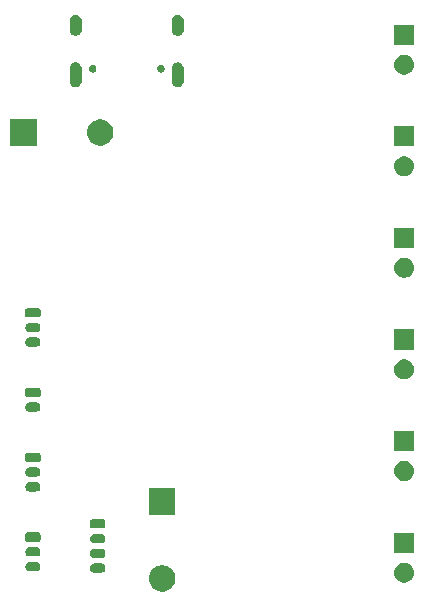
<source format=gbr>
%TF.GenerationSoftware,KiCad,Pcbnew,8.0.8*%
%TF.CreationDate,2025-01-27T12:16:45-05:00*%
%TF.ProjectId,CAN Board,43414e20-426f-4617-9264-2e6b69636164,rev?*%
%TF.SameCoordinates,Original*%
%TF.FileFunction,Soldermask,Bot*%
%TF.FilePolarity,Negative*%
%FSLAX46Y46*%
G04 Gerber Fmt 4.6, Leading zero omitted, Abs format (unit mm)*
G04 Created by KiCad (PCBNEW 8.0.8) date 2025-01-27 12:16:45*
%MOMM*%
%LPD*%
G01*
G04 APERTURE LIST*
G04 APERTURE END LIST*
G36*
X40307871Y-59167946D02*
G01*
X40501456Y-59242941D01*
X40677964Y-59352231D01*
X40831385Y-59492092D01*
X40956494Y-59657764D01*
X41049031Y-59843603D01*
X41105845Y-60043282D01*
X41125000Y-60250000D01*
X41105845Y-60456718D01*
X41049031Y-60656397D01*
X40956494Y-60842236D01*
X40831385Y-61007908D01*
X40677964Y-61147769D01*
X40501456Y-61257059D01*
X40307871Y-61332054D01*
X40103802Y-61370201D01*
X39896198Y-61370201D01*
X39692129Y-61332054D01*
X39498544Y-61257059D01*
X39322036Y-61147769D01*
X39168615Y-61007908D01*
X39043506Y-60842236D01*
X38950969Y-60656397D01*
X38894155Y-60456718D01*
X38875000Y-60250000D01*
X38894155Y-60043282D01*
X38950969Y-59843603D01*
X39043506Y-59657764D01*
X39168615Y-59492092D01*
X39322036Y-59352231D01*
X39498544Y-59242941D01*
X39692129Y-59167946D01*
X39896198Y-59129799D01*
X40103802Y-59129799D01*
X40307871Y-59167946D01*
G37*
G36*
X60762664Y-58956602D02*
G01*
X60925000Y-59028878D01*
X61068761Y-59133327D01*
X61187664Y-59265383D01*
X61276514Y-59419274D01*
X61331425Y-59588275D01*
X61350000Y-59765000D01*
X61331425Y-59941725D01*
X61276514Y-60110726D01*
X61187664Y-60264617D01*
X61068761Y-60396673D01*
X60925000Y-60501122D01*
X60762664Y-60573398D01*
X60588849Y-60610344D01*
X60411151Y-60610344D01*
X60237336Y-60573398D01*
X60075000Y-60501122D01*
X59931239Y-60396673D01*
X59812336Y-60264617D01*
X59723486Y-60110726D01*
X59668575Y-59941725D01*
X59650000Y-59765000D01*
X59668575Y-59588275D01*
X59723486Y-59419274D01*
X59812336Y-59265383D01*
X59931239Y-59133327D01*
X60075000Y-59028878D01*
X60237336Y-58956602D01*
X60411151Y-58919656D01*
X60588849Y-58919656D01*
X60762664Y-58956602D01*
G37*
G36*
X34852210Y-58978422D02*
G01*
X34953073Y-59005448D01*
X35043505Y-59057659D01*
X35117341Y-59131495D01*
X35169552Y-59221927D01*
X35196578Y-59322790D01*
X35196578Y-59427210D01*
X35169552Y-59528073D01*
X35117341Y-59618505D01*
X35043505Y-59692341D01*
X34953073Y-59744552D01*
X34852210Y-59771578D01*
X34800000Y-59775000D01*
X34798340Y-59775000D01*
X34301660Y-59775000D01*
X34300000Y-59775000D01*
X34247790Y-59771578D01*
X34146927Y-59744552D01*
X34056495Y-59692341D01*
X33982659Y-59618505D01*
X33930448Y-59528073D01*
X33903422Y-59427210D01*
X33903422Y-59322790D01*
X33930448Y-59221927D01*
X33982659Y-59131495D01*
X34056495Y-59057659D01*
X34146927Y-59005448D01*
X34247790Y-58978422D01*
X34300000Y-58975000D01*
X34800000Y-58975000D01*
X34852210Y-58978422D01*
G37*
G36*
X29352210Y-58853422D02*
G01*
X29453073Y-58880448D01*
X29543505Y-58932659D01*
X29617341Y-59006495D01*
X29669552Y-59096927D01*
X29696578Y-59197790D01*
X29696578Y-59302210D01*
X29669552Y-59403073D01*
X29617341Y-59493505D01*
X29543505Y-59567341D01*
X29453073Y-59619552D01*
X29352210Y-59646578D01*
X29300000Y-59650000D01*
X29298340Y-59650000D01*
X28801660Y-59650000D01*
X28800000Y-59650000D01*
X28747790Y-59646578D01*
X28646927Y-59619552D01*
X28556495Y-59567341D01*
X28482659Y-59493505D01*
X28430448Y-59403073D01*
X28403422Y-59302210D01*
X28403422Y-59197790D01*
X28430448Y-59096927D01*
X28482659Y-59006495D01*
X28556495Y-58932659D01*
X28646927Y-58880448D01*
X28747790Y-58853422D01*
X28800000Y-58850000D01*
X29300000Y-58850000D01*
X29352210Y-58853422D01*
G37*
G36*
X34852210Y-57728422D02*
G01*
X34953073Y-57755448D01*
X35043505Y-57807659D01*
X35117341Y-57881495D01*
X35169552Y-57971927D01*
X35196578Y-58072790D01*
X35196578Y-58177210D01*
X35169552Y-58278073D01*
X35117341Y-58368505D01*
X35043505Y-58442341D01*
X34953073Y-58494552D01*
X34852210Y-58521578D01*
X34800000Y-58525000D01*
X34798340Y-58525000D01*
X34301660Y-58525000D01*
X34300000Y-58525000D01*
X34247790Y-58521578D01*
X34146927Y-58494552D01*
X34056495Y-58442341D01*
X33982659Y-58368505D01*
X33930448Y-58278073D01*
X33903422Y-58177210D01*
X33903422Y-58072790D01*
X33930448Y-57971927D01*
X33982659Y-57881495D01*
X34056495Y-57807659D01*
X34146927Y-57755448D01*
X34247790Y-57728422D01*
X34300000Y-57725000D01*
X34800000Y-57725000D01*
X34852210Y-57728422D01*
G37*
G36*
X29352210Y-57603422D02*
G01*
X29453073Y-57630448D01*
X29543505Y-57682659D01*
X29617341Y-57756495D01*
X29669552Y-57846927D01*
X29696578Y-57947790D01*
X29696578Y-58052210D01*
X29669552Y-58153073D01*
X29617341Y-58243505D01*
X29543505Y-58317341D01*
X29453073Y-58369552D01*
X29352210Y-58396578D01*
X29300000Y-58400000D01*
X29298340Y-58400000D01*
X28801660Y-58400000D01*
X28800000Y-58400000D01*
X28747790Y-58396578D01*
X28646927Y-58369552D01*
X28556495Y-58317341D01*
X28482659Y-58243505D01*
X28430448Y-58153073D01*
X28403422Y-58052210D01*
X28403422Y-57947790D01*
X28430448Y-57846927D01*
X28482659Y-57756495D01*
X28556495Y-57682659D01*
X28646927Y-57630448D01*
X28747790Y-57603422D01*
X28800000Y-57600000D01*
X29300000Y-57600000D01*
X29352210Y-57603422D01*
G37*
G36*
X61350000Y-58075000D02*
G01*
X59650000Y-58075000D01*
X59650000Y-56375000D01*
X61350000Y-56375000D01*
X61350000Y-58075000D01*
G37*
G36*
X34852210Y-56478422D02*
G01*
X34953073Y-56505448D01*
X35043505Y-56557659D01*
X35117341Y-56631495D01*
X35169552Y-56721927D01*
X35196578Y-56822790D01*
X35196578Y-56927210D01*
X35169552Y-57028073D01*
X35117341Y-57118505D01*
X35043505Y-57192341D01*
X34953073Y-57244552D01*
X34852210Y-57271578D01*
X34800000Y-57275000D01*
X34798340Y-57275000D01*
X34301660Y-57275000D01*
X34300000Y-57275000D01*
X34247790Y-57271578D01*
X34146927Y-57244552D01*
X34056495Y-57192341D01*
X33982659Y-57118505D01*
X33930448Y-57028073D01*
X33903422Y-56927210D01*
X33903422Y-56822790D01*
X33930448Y-56721927D01*
X33982659Y-56631495D01*
X34056495Y-56557659D01*
X34146927Y-56505448D01*
X34247790Y-56478422D01*
X34300000Y-56475000D01*
X34800000Y-56475000D01*
X34852210Y-56478422D01*
G37*
G36*
X29576537Y-56365224D02*
G01*
X29641421Y-56408579D01*
X29684776Y-56473463D01*
X29700000Y-56550000D01*
X29700000Y-56950000D01*
X29684776Y-57026537D01*
X29641421Y-57091421D01*
X29576537Y-57134776D01*
X29500000Y-57150000D01*
X28600000Y-57150000D01*
X28523463Y-57134776D01*
X28458579Y-57091421D01*
X28415224Y-57026537D01*
X28400000Y-56950000D01*
X28400000Y-56550000D01*
X28415224Y-56473463D01*
X28458579Y-56408579D01*
X28523463Y-56365224D01*
X28600000Y-56350000D01*
X29500000Y-56350000D01*
X29576537Y-56365224D01*
G37*
G36*
X35076537Y-55240224D02*
G01*
X35141421Y-55283579D01*
X35184776Y-55348463D01*
X35200000Y-55425000D01*
X35200000Y-55825000D01*
X35184776Y-55901537D01*
X35141421Y-55966421D01*
X35076537Y-56009776D01*
X35000000Y-56025000D01*
X34100000Y-56025000D01*
X34023463Y-56009776D01*
X33958579Y-55966421D01*
X33915224Y-55901537D01*
X33900000Y-55825000D01*
X33900000Y-55425000D01*
X33915224Y-55348463D01*
X33958579Y-55283579D01*
X34023463Y-55240224D01*
X34100000Y-55225000D01*
X35000000Y-55225000D01*
X35076537Y-55240224D01*
G37*
G36*
X41125000Y-54875000D02*
G01*
X38875000Y-54875000D01*
X38875000Y-52625000D01*
X41125000Y-52625000D01*
X41125000Y-54875000D01*
G37*
G36*
X29352210Y-52103422D02*
G01*
X29453073Y-52130448D01*
X29543505Y-52182659D01*
X29617341Y-52256495D01*
X29669552Y-52346927D01*
X29696578Y-52447790D01*
X29696578Y-52552210D01*
X29669552Y-52653073D01*
X29617341Y-52743505D01*
X29543505Y-52817341D01*
X29453073Y-52869552D01*
X29352210Y-52896578D01*
X29300000Y-52900000D01*
X29298340Y-52900000D01*
X28801660Y-52900000D01*
X28800000Y-52900000D01*
X28747790Y-52896578D01*
X28646927Y-52869552D01*
X28556495Y-52817341D01*
X28482659Y-52743505D01*
X28430448Y-52653073D01*
X28403422Y-52552210D01*
X28403422Y-52447790D01*
X28430448Y-52346927D01*
X28482659Y-52256495D01*
X28556495Y-52182659D01*
X28646927Y-52130448D01*
X28747790Y-52103422D01*
X28800000Y-52100000D01*
X29300000Y-52100000D01*
X29352210Y-52103422D01*
G37*
G36*
X60762664Y-50356602D02*
G01*
X60925000Y-50428878D01*
X61068761Y-50533327D01*
X61187664Y-50665383D01*
X61276514Y-50819274D01*
X61331425Y-50988275D01*
X61350000Y-51165000D01*
X61331425Y-51341725D01*
X61276514Y-51510726D01*
X61187664Y-51664617D01*
X61068761Y-51796673D01*
X60925000Y-51901122D01*
X60762664Y-51973398D01*
X60588849Y-52010344D01*
X60411151Y-52010344D01*
X60237336Y-51973398D01*
X60075000Y-51901122D01*
X59931239Y-51796673D01*
X59812336Y-51664617D01*
X59723486Y-51510726D01*
X59668575Y-51341725D01*
X59650000Y-51165000D01*
X59668575Y-50988275D01*
X59723486Y-50819274D01*
X59812336Y-50665383D01*
X59931239Y-50533327D01*
X60075000Y-50428878D01*
X60237336Y-50356602D01*
X60411151Y-50319656D01*
X60588849Y-50319656D01*
X60762664Y-50356602D01*
G37*
G36*
X29352210Y-50853422D02*
G01*
X29453073Y-50880448D01*
X29543505Y-50932659D01*
X29617341Y-51006495D01*
X29669552Y-51096927D01*
X29696578Y-51197790D01*
X29696578Y-51302210D01*
X29669552Y-51403073D01*
X29617341Y-51493505D01*
X29543505Y-51567341D01*
X29453073Y-51619552D01*
X29352210Y-51646578D01*
X29300000Y-51650000D01*
X29298340Y-51650000D01*
X28801660Y-51650000D01*
X28800000Y-51650000D01*
X28747790Y-51646578D01*
X28646927Y-51619552D01*
X28556495Y-51567341D01*
X28482659Y-51493505D01*
X28430448Y-51403073D01*
X28403422Y-51302210D01*
X28403422Y-51197790D01*
X28430448Y-51096927D01*
X28482659Y-51006495D01*
X28556495Y-50932659D01*
X28646927Y-50880448D01*
X28747790Y-50853422D01*
X28800000Y-50850000D01*
X29300000Y-50850000D01*
X29352210Y-50853422D01*
G37*
G36*
X29576537Y-49615224D02*
G01*
X29641421Y-49658579D01*
X29684776Y-49723463D01*
X29700000Y-49800000D01*
X29700000Y-50200000D01*
X29684776Y-50276537D01*
X29641421Y-50341421D01*
X29576537Y-50384776D01*
X29500000Y-50400000D01*
X28600000Y-50400000D01*
X28523463Y-50384776D01*
X28458579Y-50341421D01*
X28415224Y-50276537D01*
X28400000Y-50200000D01*
X28400000Y-49800000D01*
X28415224Y-49723463D01*
X28458579Y-49658579D01*
X28523463Y-49615224D01*
X28600000Y-49600000D01*
X29500000Y-49600000D01*
X29576537Y-49615224D01*
G37*
G36*
X61350000Y-49475000D02*
G01*
X59650000Y-49475000D01*
X59650000Y-47775000D01*
X61350000Y-47775000D01*
X61350000Y-49475000D01*
G37*
G36*
X29352210Y-45353422D02*
G01*
X29453073Y-45380448D01*
X29543505Y-45432659D01*
X29617341Y-45506495D01*
X29669552Y-45596927D01*
X29696578Y-45697790D01*
X29696578Y-45802210D01*
X29669552Y-45903073D01*
X29617341Y-45993505D01*
X29543505Y-46067341D01*
X29453073Y-46119552D01*
X29352210Y-46146578D01*
X29300000Y-46150000D01*
X29298340Y-46150000D01*
X28801660Y-46150000D01*
X28800000Y-46150000D01*
X28747790Y-46146578D01*
X28646927Y-46119552D01*
X28556495Y-46067341D01*
X28482659Y-45993505D01*
X28430448Y-45903073D01*
X28403422Y-45802210D01*
X28403422Y-45697790D01*
X28430448Y-45596927D01*
X28482659Y-45506495D01*
X28556495Y-45432659D01*
X28646927Y-45380448D01*
X28747790Y-45353422D01*
X28800000Y-45350000D01*
X29300000Y-45350000D01*
X29352210Y-45353422D01*
G37*
G36*
X29576537Y-44115224D02*
G01*
X29641421Y-44158579D01*
X29684776Y-44223463D01*
X29700000Y-44300000D01*
X29700000Y-44700000D01*
X29684776Y-44776537D01*
X29641421Y-44841421D01*
X29576537Y-44884776D01*
X29500000Y-44900000D01*
X28600000Y-44900000D01*
X28523463Y-44884776D01*
X28458579Y-44841421D01*
X28415224Y-44776537D01*
X28400000Y-44700000D01*
X28400000Y-44300000D01*
X28415224Y-44223463D01*
X28458579Y-44158579D01*
X28523463Y-44115224D01*
X28600000Y-44100000D01*
X29500000Y-44100000D01*
X29576537Y-44115224D01*
G37*
G36*
X60762664Y-41756602D02*
G01*
X60925000Y-41828878D01*
X61068761Y-41933327D01*
X61187664Y-42065383D01*
X61276514Y-42219274D01*
X61331425Y-42388275D01*
X61350000Y-42565000D01*
X61331425Y-42741725D01*
X61276514Y-42910726D01*
X61187664Y-43064617D01*
X61068761Y-43196673D01*
X60925000Y-43301122D01*
X60762664Y-43373398D01*
X60588849Y-43410344D01*
X60411151Y-43410344D01*
X60237336Y-43373398D01*
X60075000Y-43301122D01*
X59931239Y-43196673D01*
X59812336Y-43064617D01*
X59723486Y-42910726D01*
X59668575Y-42741725D01*
X59650000Y-42565000D01*
X59668575Y-42388275D01*
X59723486Y-42219274D01*
X59812336Y-42065383D01*
X59931239Y-41933327D01*
X60075000Y-41828878D01*
X60237336Y-41756602D01*
X60411151Y-41719656D01*
X60588849Y-41719656D01*
X60762664Y-41756602D01*
G37*
G36*
X61350000Y-40875000D02*
G01*
X59650000Y-40875000D01*
X59650000Y-39175000D01*
X61350000Y-39175000D01*
X61350000Y-40875000D01*
G37*
G36*
X29352210Y-39853422D02*
G01*
X29453073Y-39880448D01*
X29543505Y-39932659D01*
X29617341Y-40006495D01*
X29669552Y-40096927D01*
X29696578Y-40197790D01*
X29696578Y-40302210D01*
X29669552Y-40403073D01*
X29617341Y-40493505D01*
X29543505Y-40567341D01*
X29453073Y-40619552D01*
X29352210Y-40646578D01*
X29300000Y-40650000D01*
X29298340Y-40650000D01*
X28801660Y-40650000D01*
X28800000Y-40650000D01*
X28747790Y-40646578D01*
X28646927Y-40619552D01*
X28556495Y-40567341D01*
X28482659Y-40493505D01*
X28430448Y-40403073D01*
X28403422Y-40302210D01*
X28403422Y-40197790D01*
X28430448Y-40096927D01*
X28482659Y-40006495D01*
X28556495Y-39932659D01*
X28646927Y-39880448D01*
X28747790Y-39853422D01*
X28800000Y-39850000D01*
X29300000Y-39850000D01*
X29352210Y-39853422D01*
G37*
G36*
X29352210Y-38603422D02*
G01*
X29453073Y-38630448D01*
X29543505Y-38682659D01*
X29617341Y-38756495D01*
X29669552Y-38846927D01*
X29696578Y-38947790D01*
X29696578Y-39052210D01*
X29669552Y-39153073D01*
X29617341Y-39243505D01*
X29543505Y-39317341D01*
X29453073Y-39369552D01*
X29352210Y-39396578D01*
X29300000Y-39400000D01*
X29298340Y-39400000D01*
X28801660Y-39400000D01*
X28800000Y-39400000D01*
X28747790Y-39396578D01*
X28646927Y-39369552D01*
X28556495Y-39317341D01*
X28482659Y-39243505D01*
X28430448Y-39153073D01*
X28403422Y-39052210D01*
X28403422Y-38947790D01*
X28430448Y-38846927D01*
X28482659Y-38756495D01*
X28556495Y-38682659D01*
X28646927Y-38630448D01*
X28747790Y-38603422D01*
X28800000Y-38600000D01*
X29300000Y-38600000D01*
X29352210Y-38603422D01*
G37*
G36*
X29576537Y-37365224D02*
G01*
X29641421Y-37408579D01*
X29684776Y-37473463D01*
X29700000Y-37550000D01*
X29700000Y-37950000D01*
X29684776Y-38026537D01*
X29641421Y-38091421D01*
X29576537Y-38134776D01*
X29500000Y-38150000D01*
X28600000Y-38150000D01*
X28523463Y-38134776D01*
X28458579Y-38091421D01*
X28415224Y-38026537D01*
X28400000Y-37950000D01*
X28400000Y-37550000D01*
X28415224Y-37473463D01*
X28458579Y-37408579D01*
X28523463Y-37365224D01*
X28600000Y-37350000D01*
X29500000Y-37350000D01*
X29576537Y-37365224D01*
G37*
G36*
X60762664Y-33156602D02*
G01*
X60925000Y-33228878D01*
X61068761Y-33333327D01*
X61187664Y-33465383D01*
X61276514Y-33619274D01*
X61331425Y-33788275D01*
X61350000Y-33965000D01*
X61331425Y-34141725D01*
X61276514Y-34310726D01*
X61187664Y-34464617D01*
X61068761Y-34596673D01*
X60925000Y-34701122D01*
X60762664Y-34773398D01*
X60588849Y-34810344D01*
X60411151Y-34810344D01*
X60237336Y-34773398D01*
X60075000Y-34701122D01*
X59931239Y-34596673D01*
X59812336Y-34464617D01*
X59723486Y-34310726D01*
X59668575Y-34141725D01*
X59650000Y-33965000D01*
X59668575Y-33788275D01*
X59723486Y-33619274D01*
X59812336Y-33465383D01*
X59931239Y-33333327D01*
X60075000Y-33228878D01*
X60237336Y-33156602D01*
X60411151Y-33119656D01*
X60588849Y-33119656D01*
X60762664Y-33156602D01*
G37*
G36*
X61350000Y-32275000D02*
G01*
X59650000Y-32275000D01*
X59650000Y-30575000D01*
X61350000Y-30575000D01*
X61350000Y-32275000D01*
G37*
G36*
X60762664Y-24556602D02*
G01*
X60925000Y-24628878D01*
X61068761Y-24733327D01*
X61187664Y-24865383D01*
X61276514Y-25019274D01*
X61331425Y-25188275D01*
X61350000Y-25365000D01*
X61331425Y-25541725D01*
X61276514Y-25710726D01*
X61187664Y-25864617D01*
X61068761Y-25996673D01*
X60925000Y-26101122D01*
X60762664Y-26173398D01*
X60588849Y-26210344D01*
X60411151Y-26210344D01*
X60237336Y-26173398D01*
X60075000Y-26101122D01*
X59931239Y-25996673D01*
X59812336Y-25864617D01*
X59723486Y-25710726D01*
X59668575Y-25541725D01*
X59650000Y-25365000D01*
X59668575Y-25188275D01*
X59723486Y-25019274D01*
X59812336Y-24865383D01*
X59931239Y-24733327D01*
X60075000Y-24628878D01*
X60237336Y-24556602D01*
X60411151Y-24519656D01*
X60588849Y-24519656D01*
X60762664Y-24556602D01*
G37*
G36*
X61350000Y-23675000D02*
G01*
X59650000Y-23675000D01*
X59650000Y-21975000D01*
X61350000Y-21975000D01*
X61350000Y-23675000D01*
G37*
G36*
X29375000Y-23625000D02*
G01*
X27125000Y-23625000D01*
X27125000Y-21375000D01*
X29375000Y-21375000D01*
X29375000Y-23625000D01*
G37*
G36*
X35057871Y-21417946D02*
G01*
X35251456Y-21492941D01*
X35427964Y-21602231D01*
X35581385Y-21742092D01*
X35706494Y-21907764D01*
X35799031Y-22093603D01*
X35855845Y-22293282D01*
X35875000Y-22500000D01*
X35855845Y-22706718D01*
X35799031Y-22906397D01*
X35706494Y-23092236D01*
X35581385Y-23257908D01*
X35427964Y-23397769D01*
X35251456Y-23507059D01*
X35057871Y-23582054D01*
X34853802Y-23620201D01*
X34646198Y-23620201D01*
X34442129Y-23582054D01*
X34248544Y-23507059D01*
X34072036Y-23397769D01*
X33918615Y-23257908D01*
X33793506Y-23092236D01*
X33700969Y-22906397D01*
X33644155Y-22706718D01*
X33625000Y-22500000D01*
X33644155Y-22293282D01*
X33700969Y-22093603D01*
X33793506Y-21907764D01*
X33918615Y-21742092D01*
X34072036Y-21602231D01*
X34248544Y-21492941D01*
X34442129Y-21417946D01*
X34646198Y-21379799D01*
X34853802Y-21379799D01*
X35057871Y-21417946D01*
G37*
G36*
X32871342Y-16593060D02*
G01*
X32984381Y-16658323D01*
X33076677Y-16750619D01*
X33141940Y-16863658D01*
X33175722Y-16989737D01*
X33180000Y-17055000D01*
X33180000Y-18155000D01*
X33175722Y-18220263D01*
X33141940Y-18346342D01*
X33076677Y-18459381D01*
X32984381Y-18551677D01*
X32871342Y-18616940D01*
X32745263Y-18650722D01*
X32614737Y-18650722D01*
X32488658Y-18616940D01*
X32375619Y-18551677D01*
X32283323Y-18459381D01*
X32218060Y-18346342D01*
X32184278Y-18220263D01*
X32180000Y-18155000D01*
X32180000Y-17055000D01*
X32184278Y-16989737D01*
X32218060Y-16863658D01*
X32283323Y-16750619D01*
X32375619Y-16658323D01*
X32488658Y-16593060D01*
X32614737Y-16559278D01*
X32745263Y-16559278D01*
X32871342Y-16593060D01*
G37*
G36*
X41511342Y-16593060D02*
G01*
X41624381Y-16658323D01*
X41716677Y-16750619D01*
X41781940Y-16863658D01*
X41815722Y-16989737D01*
X41820000Y-17055000D01*
X41820000Y-18155000D01*
X41815722Y-18220263D01*
X41781940Y-18346342D01*
X41716677Y-18459381D01*
X41624381Y-18551677D01*
X41511342Y-18616940D01*
X41385263Y-18650722D01*
X41254737Y-18650722D01*
X41128658Y-18616940D01*
X41015619Y-18551677D01*
X40923323Y-18459381D01*
X40858060Y-18346342D01*
X40824278Y-18220263D01*
X40820000Y-18155000D01*
X40820000Y-17055000D01*
X40824278Y-16989737D01*
X40858060Y-16863658D01*
X40923323Y-16750619D01*
X41015619Y-16658323D01*
X41128658Y-16593060D01*
X41254737Y-16559278D01*
X41385263Y-16559278D01*
X41511342Y-16593060D01*
G37*
G36*
X60762664Y-15956602D02*
G01*
X60925000Y-16028878D01*
X61068761Y-16133327D01*
X61187664Y-16265383D01*
X61276514Y-16419274D01*
X61331425Y-16588275D01*
X61350000Y-16765000D01*
X61331425Y-16941725D01*
X61276514Y-17110726D01*
X61187664Y-17264617D01*
X61068761Y-17396673D01*
X60925000Y-17501122D01*
X60762664Y-17573398D01*
X60588849Y-17610344D01*
X60411151Y-17610344D01*
X60237336Y-17573398D01*
X60075000Y-17501122D01*
X59931239Y-17396673D01*
X59812336Y-17264617D01*
X59723486Y-17110726D01*
X59668575Y-16941725D01*
X59650000Y-16765000D01*
X59668575Y-16588275D01*
X59723486Y-16419274D01*
X59812336Y-16265383D01*
X59931239Y-16133327D01*
X60075000Y-16028878D01*
X60237336Y-15956602D01*
X60411151Y-15919656D01*
X60588849Y-15919656D01*
X60762664Y-15956602D01*
G37*
G36*
X34137174Y-16784937D02*
G01*
X34166436Y-16784937D01*
X34188978Y-16793141D01*
X34210237Y-16796509D01*
X34240265Y-16811809D01*
X34272500Y-16823542D01*
X34286735Y-16835487D01*
X34300658Y-16842581D01*
X34329175Y-16871098D01*
X34358964Y-16896094D01*
X34365511Y-16907434D01*
X34372418Y-16914341D01*
X34394345Y-16957375D01*
X34415400Y-16993843D01*
X34416708Y-17001266D01*
X34418490Y-17004762D01*
X34428770Y-17069668D01*
X34435000Y-17105000D01*
X34428769Y-17140335D01*
X34418490Y-17205237D01*
X34416709Y-17208731D01*
X34415400Y-17216157D01*
X34394340Y-17252631D01*
X34372418Y-17295658D01*
X34365512Y-17302563D01*
X34358964Y-17313906D01*
X34329168Y-17338907D01*
X34300658Y-17367418D01*
X34286738Y-17374510D01*
X34272500Y-17386458D01*
X34240258Y-17398193D01*
X34210237Y-17413490D01*
X34188983Y-17416856D01*
X34166436Y-17425063D01*
X34137168Y-17425063D01*
X34110000Y-17429366D01*
X34082832Y-17425063D01*
X34053564Y-17425063D01*
X34031017Y-17416856D01*
X34009762Y-17413490D01*
X33979737Y-17398191D01*
X33947500Y-17386458D01*
X33933262Y-17374511D01*
X33919341Y-17367418D01*
X33890824Y-17338901D01*
X33861036Y-17313906D01*
X33854488Y-17302565D01*
X33847581Y-17295658D01*
X33825650Y-17252617D01*
X33804600Y-17216157D01*
X33803291Y-17208734D01*
X33801509Y-17205237D01*
X33791220Y-17140279D01*
X33785000Y-17105000D01*
X33791220Y-17069723D01*
X33801509Y-17004762D01*
X33803291Y-17001263D01*
X33804600Y-16993843D01*
X33825646Y-16957390D01*
X33847581Y-16914341D01*
X33854489Y-16907432D01*
X33861036Y-16896094D01*
X33890818Y-16871103D01*
X33919341Y-16842581D01*
X33933265Y-16835485D01*
X33947500Y-16823542D01*
X33979731Y-16811810D01*
X34009762Y-16796509D01*
X34031022Y-16793141D01*
X34053564Y-16784937D01*
X34082825Y-16784937D01*
X34110000Y-16780633D01*
X34137174Y-16784937D01*
G37*
G36*
X39917174Y-16784937D02*
G01*
X39946436Y-16784937D01*
X39968978Y-16793141D01*
X39990237Y-16796509D01*
X40020265Y-16811809D01*
X40052500Y-16823542D01*
X40066735Y-16835487D01*
X40080658Y-16842581D01*
X40109175Y-16871098D01*
X40138964Y-16896094D01*
X40145511Y-16907434D01*
X40152418Y-16914341D01*
X40174345Y-16957375D01*
X40195400Y-16993843D01*
X40196708Y-17001266D01*
X40198490Y-17004762D01*
X40208770Y-17069668D01*
X40215000Y-17105000D01*
X40208769Y-17140335D01*
X40198490Y-17205237D01*
X40196709Y-17208731D01*
X40195400Y-17216157D01*
X40174340Y-17252631D01*
X40152418Y-17295658D01*
X40145512Y-17302563D01*
X40138964Y-17313906D01*
X40109168Y-17338907D01*
X40080658Y-17367418D01*
X40066738Y-17374510D01*
X40052500Y-17386458D01*
X40020258Y-17398193D01*
X39990237Y-17413490D01*
X39968983Y-17416856D01*
X39946436Y-17425063D01*
X39917168Y-17425063D01*
X39890000Y-17429366D01*
X39862832Y-17425063D01*
X39833564Y-17425063D01*
X39811017Y-17416856D01*
X39789762Y-17413490D01*
X39759737Y-17398191D01*
X39727500Y-17386458D01*
X39713262Y-17374511D01*
X39699341Y-17367418D01*
X39670824Y-17338901D01*
X39641036Y-17313906D01*
X39634488Y-17302565D01*
X39627581Y-17295658D01*
X39605650Y-17252617D01*
X39584600Y-17216157D01*
X39583291Y-17208734D01*
X39581509Y-17205237D01*
X39571220Y-17140279D01*
X39565000Y-17105000D01*
X39571220Y-17069723D01*
X39581509Y-17004762D01*
X39583291Y-17001263D01*
X39584600Y-16993843D01*
X39605646Y-16957390D01*
X39627581Y-16914341D01*
X39634489Y-16907432D01*
X39641036Y-16896094D01*
X39670818Y-16871103D01*
X39699341Y-16842581D01*
X39713265Y-16835485D01*
X39727500Y-16823542D01*
X39759731Y-16811810D01*
X39789762Y-16796509D01*
X39811022Y-16793141D01*
X39833564Y-16784937D01*
X39862825Y-16784937D01*
X39890000Y-16780633D01*
X39917174Y-16784937D01*
G37*
G36*
X61350000Y-15075000D02*
G01*
X59650000Y-15075000D01*
X59650000Y-13375000D01*
X61350000Y-13375000D01*
X61350000Y-15075000D01*
G37*
G36*
X32871342Y-12563060D02*
G01*
X32984381Y-12628323D01*
X33076677Y-12720619D01*
X33141940Y-12833658D01*
X33175722Y-12959737D01*
X33180000Y-13025000D01*
X33180000Y-13825000D01*
X33175722Y-13890263D01*
X33141940Y-14016342D01*
X33076677Y-14129381D01*
X32984381Y-14221677D01*
X32871342Y-14286940D01*
X32745263Y-14320722D01*
X32614737Y-14320722D01*
X32488658Y-14286940D01*
X32375619Y-14221677D01*
X32283323Y-14129381D01*
X32218060Y-14016342D01*
X32184278Y-13890263D01*
X32180000Y-13825000D01*
X32180000Y-13025000D01*
X32184278Y-12959737D01*
X32218060Y-12833658D01*
X32283323Y-12720619D01*
X32375619Y-12628323D01*
X32488658Y-12563060D01*
X32614737Y-12529278D01*
X32745263Y-12529278D01*
X32871342Y-12563060D01*
G37*
G36*
X41511342Y-12563060D02*
G01*
X41624381Y-12628323D01*
X41716677Y-12720619D01*
X41781940Y-12833658D01*
X41815722Y-12959737D01*
X41820000Y-13025000D01*
X41820000Y-13825000D01*
X41815722Y-13890263D01*
X41781940Y-14016342D01*
X41716677Y-14129381D01*
X41624381Y-14221677D01*
X41511342Y-14286940D01*
X41385263Y-14320722D01*
X41254737Y-14320722D01*
X41128658Y-14286940D01*
X41015619Y-14221677D01*
X40923323Y-14129381D01*
X40858060Y-14016342D01*
X40824278Y-13890263D01*
X40820000Y-13825000D01*
X40820000Y-13025000D01*
X40824278Y-12959737D01*
X40858060Y-12833658D01*
X40923323Y-12720619D01*
X41015619Y-12628323D01*
X41128658Y-12563060D01*
X41254737Y-12529278D01*
X41385263Y-12529278D01*
X41511342Y-12563060D01*
G37*
M02*

</source>
